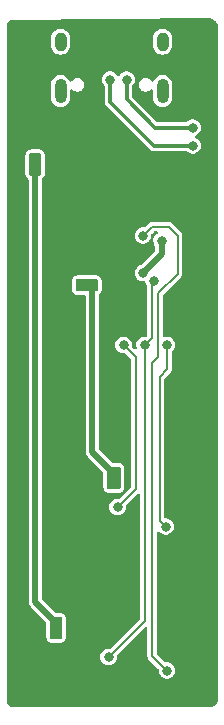
<source format=gbl>
G04 #@! TF.GenerationSoftware,KiCad,Pcbnew,7.0.1*
G04 #@! TF.CreationDate,2023-08-15T21:07:27+02:00*
G04 #@! TF.ProjectId,ESP_PROG,4553505f-5052-44f4-972e-6b696361645f,rev?*
G04 #@! TF.SameCoordinates,Original*
G04 #@! TF.FileFunction,Copper,L2,Bot*
G04 #@! TF.FilePolarity,Positive*
%FSLAX46Y46*%
G04 Gerber Fmt 4.6, Leading zero omitted, Abs format (unit mm)*
G04 Created by KiCad (PCBNEW 7.0.1) date 2023-08-15 21:07:27*
%MOMM*%
%LPD*%
G01*
G04 APERTURE LIST*
G04 #@! TA.AperFunction,ComponentPad*
%ADD10O,1.000000X2.100000*%
G04 #@! TD*
G04 #@! TA.AperFunction,ComponentPad*
%ADD11O,1.000000X1.600000*%
G04 #@! TD*
G04 #@! TA.AperFunction,ViaPad*
%ADD12C,0.800000*%
G04 #@! TD*
G04 #@! TA.AperFunction,ViaPad*
%ADD13C,2.300000*%
G04 #@! TD*
G04 #@! TA.AperFunction,Conductor*
%ADD14C,0.500000*%
G04 #@! TD*
G04 #@! TA.AperFunction,Conductor*
%ADD15C,0.200000*%
G04 #@! TD*
G04 #@! TA.AperFunction,Conductor*
%ADD16C,0.300000*%
G04 #@! TD*
G04 APERTURE END LIST*
D10*
X57025000Y-34245000D03*
D11*
X57025000Y-30065000D03*
D10*
X48385000Y-34245000D03*
D11*
X48385000Y-30065000D03*
D12*
X48006000Y-80137000D03*
X46228000Y-40894000D03*
X48006000Y-79248000D03*
X46228000Y-40005000D03*
X50546000Y-46101000D03*
X44958000Y-34163000D03*
X51435000Y-46101000D03*
X52832000Y-64770000D03*
X58801000Y-55753000D03*
D13*
X59500000Y-84500000D03*
D12*
X53721000Y-51562000D03*
X52451000Y-77597000D03*
X60706000Y-35052000D03*
X58293000Y-51435000D03*
D13*
X46000000Y-84500000D03*
X60000000Y-29972000D03*
X45500000Y-29972000D03*
D12*
X59182000Y-51435000D03*
X52832000Y-63881000D03*
X60706000Y-35941000D03*
X52451000Y-76708000D03*
X44958000Y-33274000D03*
X54610000Y-51562000D03*
X52832000Y-66548000D03*
X50165000Y-50673000D03*
X56946122Y-46939878D03*
X51054000Y-50673000D03*
X55372000Y-49657000D03*
X52832000Y-67437000D03*
X53213000Y-69469000D03*
X53721000Y-55753000D03*
X53975000Y-33274000D03*
X59563000Y-37338000D03*
X59563000Y-38862000D03*
X52578000Y-33274000D03*
X52451000Y-82169000D03*
X55499000Y-55753000D03*
X56261000Y-50292000D03*
X57404000Y-55753000D03*
X57277000Y-71120000D03*
X57404000Y-83312000D03*
X55372000Y-46482000D03*
D14*
X48006000Y-79248000D02*
X46228000Y-77470000D01*
X46228000Y-77470000D02*
X46228000Y-40005000D01*
X50165000Y-50673000D02*
X51054000Y-50673000D01*
X56946122Y-46939878D02*
X56946122Y-48082878D01*
X52832000Y-66548000D02*
X52832000Y-67437000D01*
X51054000Y-50673000D02*
X51054000Y-64770000D01*
X51054000Y-64770000D02*
X52832000Y-66548000D01*
X56946122Y-48082878D02*
X55372000Y-49657000D01*
D15*
X53721000Y-55753000D02*
X54737000Y-56769000D01*
X54737000Y-67945000D02*
X53213000Y-69469000D01*
X54737000Y-56769000D02*
X54737000Y-67945000D01*
D16*
X56388000Y-37338000D02*
X53975000Y-34925000D01*
X59563000Y-37338000D02*
X56388000Y-37338000D01*
X53975000Y-34925000D02*
X53975000Y-33274000D01*
X52578000Y-35179000D02*
X56261000Y-38862000D01*
X52578000Y-33274000D02*
X52578000Y-35179000D01*
X56261000Y-38862000D02*
X59563000Y-38862000D01*
D15*
X55499000Y-55753000D02*
X56134000Y-55118000D01*
X55499000Y-79121000D02*
X52451000Y-82169000D01*
X55499000Y-55753000D02*
X55499000Y-79121000D01*
X56134000Y-50419000D02*
X56261000Y-50292000D01*
X56134000Y-55118000D02*
X56134000Y-50419000D01*
X56769000Y-58420000D02*
X56769000Y-70612000D01*
X57404000Y-57785000D02*
X56769000Y-58420000D01*
X56769000Y-70612000D02*
X57277000Y-71120000D01*
X57404000Y-55753000D02*
X57404000Y-57785000D01*
X56642000Y-56769000D02*
X56642000Y-51358000D01*
X56134000Y-82042000D02*
X56134000Y-57277000D01*
X56134000Y-45720000D02*
X55372000Y-46482000D01*
X57531000Y-45720000D02*
X56134000Y-45720000D01*
X56134000Y-57277000D02*
X56642000Y-56769000D01*
X58293000Y-49707000D02*
X58293000Y-46482000D01*
X56642000Y-51358000D02*
X58293000Y-49707000D01*
X57404000Y-83312000D02*
X56134000Y-82042000D01*
X58293000Y-46482000D02*
X57531000Y-45720000D01*
G04 #@! TA.AperFunction,Conductor*
G36*
X48451000Y-78756881D02*
G01*
X48497119Y-78803000D01*
X48514000Y-78866000D01*
X48514000Y-80519000D01*
X48497119Y-80582000D01*
X48451000Y-80628119D01*
X48388000Y-80645000D01*
X47624000Y-80645000D01*
X47561000Y-80628119D01*
X47514881Y-80582000D01*
X47498000Y-80519000D01*
X47498000Y-78866000D01*
X47514881Y-78803000D01*
X47561000Y-78756881D01*
X47624000Y-78740000D01*
X48388000Y-78740000D01*
X48451000Y-78756881D01*
G37*
G04 #@! TD.AperFunction*
G04 #@! TA.AperFunction,Conductor*
G36*
X53404000Y-66056881D02*
G01*
X53450119Y-66103000D01*
X53467000Y-66166000D01*
X53467000Y-67819000D01*
X53450119Y-67882000D01*
X53404000Y-67928119D01*
X53341000Y-67945000D01*
X52450000Y-67945000D01*
X52387000Y-67928119D01*
X52340881Y-67882000D01*
X52324000Y-67819000D01*
X52324000Y-66166000D01*
X52340881Y-66103000D01*
X52387000Y-66056881D01*
X52450000Y-66040000D01*
X53341000Y-66040000D01*
X53404000Y-66056881D01*
G37*
G04 #@! TD.AperFunction*
G04 #@! TA.AperFunction,Conductor*
G36*
X60982531Y-28073139D02*
G01*
X60991085Y-28074102D01*
X61043555Y-28080014D01*
X61066002Y-28084642D01*
X61124914Y-28102512D01*
X61129849Y-28104123D01*
X61205086Y-28130449D01*
X61223401Y-28136858D01*
X61241178Y-28144663D01*
X61301465Y-28176887D01*
X61309069Y-28181301D01*
X61354028Y-28209550D01*
X61387373Y-28230502D01*
X61400269Y-28239789D01*
X61454729Y-28284482D01*
X61463892Y-28292787D01*
X61528211Y-28357106D01*
X61536516Y-28366269D01*
X61581209Y-28420729D01*
X61590496Y-28433625D01*
X61639688Y-28511913D01*
X61644124Y-28519555D01*
X61676334Y-28579818D01*
X61684141Y-28597598D01*
X61714930Y-28685590D01*
X61722000Y-28727204D01*
X61722000Y-85828314D01*
X61715834Y-85867248D01*
X61693595Y-85935697D01*
X61686769Y-85952487D01*
X61657713Y-86011412D01*
X61653826Y-86018684D01*
X61611159Y-86092591D01*
X61603000Y-86104979D01*
X61562625Y-86159053D01*
X61555303Y-86167976D01*
X61499044Y-86230463D01*
X61490938Y-86238676D01*
X61441384Y-86284488D01*
X61429918Y-86293899D01*
X61372074Y-86335931D01*
X61336946Y-86353832D01*
X61298006Y-86360000D01*
X44197047Y-86360000D01*
X44129738Y-86340516D01*
X44110817Y-86328559D01*
X44097893Y-86319195D01*
X44042834Y-86273718D01*
X44033659Y-86265346D01*
X44007180Y-86238676D01*
X43969778Y-86201004D01*
X43961481Y-86191778D01*
X43916401Y-86136392D01*
X43907133Y-86123404D01*
X43858483Y-86045177D01*
X43854092Y-86037529D01*
X43829582Y-85991122D01*
X43815000Y-85932283D01*
X43815000Y-82169000D01*
X51745355Y-82169000D01*
X51765859Y-82337871D01*
X51826181Y-82496929D01*
X51826182Y-82496930D01*
X51922817Y-82636929D01*
X52050148Y-82749734D01*
X52200775Y-82828790D01*
X52365944Y-82869500D01*
X52536054Y-82869500D01*
X52536056Y-82869500D01*
X52701225Y-82828790D01*
X52851852Y-82749734D01*
X52979183Y-82636929D01*
X53075818Y-82496930D01*
X53136140Y-82337872D01*
X53156645Y-82169000D01*
X53148961Y-82105722D01*
X53154934Y-82049438D01*
X53184945Y-82001446D01*
X55518404Y-79667988D01*
X55568564Y-79637250D01*
X55627211Y-79632634D01*
X55681561Y-79655147D01*
X55719767Y-79699880D01*
X55733500Y-79757083D01*
X55733500Y-82105434D01*
X55740298Y-82126358D01*
X55744912Y-82145577D01*
X55748354Y-82167306D01*
X55758340Y-82186905D01*
X55765906Y-82205170D01*
X55772703Y-82226089D01*
X55785631Y-82243883D01*
X55795960Y-82260738D01*
X55805948Y-82280339D01*
X55805950Y-82280342D01*
X55822183Y-82296575D01*
X55822190Y-82296583D01*
X55828515Y-82302908D01*
X55828516Y-82302909D01*
X56670052Y-83144445D01*
X56700064Y-83192437D01*
X56706037Y-83248725D01*
X56698354Y-83311998D01*
X56718859Y-83480871D01*
X56779181Y-83639929D01*
X56779182Y-83639930D01*
X56875817Y-83779929D01*
X57003148Y-83892734D01*
X57153775Y-83971790D01*
X57318944Y-84012500D01*
X57489054Y-84012500D01*
X57489056Y-84012500D01*
X57654225Y-83971790D01*
X57804852Y-83892734D01*
X57932183Y-83779929D01*
X58028818Y-83639930D01*
X58089140Y-83480872D01*
X58109645Y-83312000D01*
X58089140Y-83143128D01*
X58028818Y-82984070D01*
X57932183Y-82844071D01*
X57804852Y-82731266D01*
X57654225Y-82652210D01*
X57489056Y-82611500D01*
X57322083Y-82611500D01*
X57273865Y-82601909D01*
X57232987Y-82574595D01*
X56902275Y-82243883D01*
X56571404Y-81913011D01*
X56544091Y-81872134D01*
X56534500Y-81823916D01*
X56534500Y-71678021D01*
X56547550Y-71622179D01*
X56583997Y-71577904D01*
X56636292Y-71554368D01*
X56693601Y-71556447D01*
X56744053Y-71583708D01*
X56748816Y-71587927D01*
X56748817Y-71587929D01*
X56876148Y-71700734D01*
X57026775Y-71779790D01*
X57191944Y-71820500D01*
X57362054Y-71820500D01*
X57362056Y-71820500D01*
X57527225Y-71779790D01*
X57677852Y-71700734D01*
X57805183Y-71587929D01*
X57901818Y-71447930D01*
X57962140Y-71288872D01*
X57982645Y-71120000D01*
X57962140Y-70951128D01*
X57901818Y-70792070D01*
X57805183Y-70652071D01*
X57677852Y-70539266D01*
X57527225Y-70460210D01*
X57362056Y-70419500D01*
X57295500Y-70419500D01*
X57232500Y-70402619D01*
X57186381Y-70356500D01*
X57169500Y-70293500D01*
X57169500Y-58638083D01*
X57179091Y-58589865D01*
X57206402Y-58548990D01*
X57709484Y-58045909D01*
X57709484Y-58045908D01*
X57723943Y-58031450D01*
X57723944Y-58031451D01*
X57723949Y-58031442D01*
X57732050Y-58023342D01*
X57742038Y-58003738D01*
X57752363Y-57986888D01*
X57765296Y-57969089D01*
X57772094Y-57948164D01*
X57779659Y-57929903D01*
X57789646Y-57910304D01*
X57793087Y-57888574D01*
X57797701Y-57869354D01*
X57804500Y-57848433D01*
X57804500Y-57721567D01*
X57804500Y-56390754D01*
X57815601Y-56339042D01*
X57846947Y-56296442D01*
X57893523Y-56255179D01*
X57932183Y-56220929D01*
X58028818Y-56080930D01*
X58089140Y-55921872D01*
X58109645Y-55753000D01*
X58089140Y-55584128D01*
X58028818Y-55425070D01*
X57932183Y-55285071D01*
X57804852Y-55172266D01*
X57654225Y-55093210D01*
X57489056Y-55052500D01*
X57318944Y-55052500D01*
X57198651Y-55082149D01*
X57142055Y-55083004D01*
X57090793Y-55058995D01*
X57055215Y-55014969D01*
X57042500Y-54959810D01*
X57042500Y-51576083D01*
X57052091Y-51527865D01*
X57079405Y-51486988D01*
X58612943Y-49953451D01*
X58612948Y-49953443D01*
X58621050Y-49945342D01*
X58631038Y-49925738D01*
X58641363Y-49908888D01*
X58654296Y-49891089D01*
X58661094Y-49870164D01*
X58668659Y-49851903D01*
X58678646Y-49832304D01*
X58682087Y-49810574D01*
X58686701Y-49791354D01*
X58693500Y-49770433D01*
X58693500Y-49643567D01*
X58693500Y-46450481D01*
X58693500Y-46418567D01*
X58686703Y-46397648D01*
X58682086Y-46378419D01*
X58679555Y-46362438D01*
X58678646Y-46356696D01*
X58668657Y-46337092D01*
X58661091Y-46318825D01*
X58654296Y-46297912D01*
X58654296Y-46297911D01*
X58641360Y-46280106D01*
X58631040Y-46263265D01*
X58621050Y-46243658D01*
X58607307Y-46229915D01*
X58607300Y-46229906D01*
X57785590Y-45408196D01*
X57785575Y-45408183D01*
X57769342Y-45391950D01*
X57769339Y-45391948D01*
X57749738Y-45381960D01*
X57732883Y-45371631D01*
X57715089Y-45358703D01*
X57694170Y-45351906D01*
X57675905Y-45344340D01*
X57656306Y-45334354D01*
X57634577Y-45330912D01*
X57615358Y-45326298D01*
X57594434Y-45319500D01*
X57594433Y-45319500D01*
X57562519Y-45319500D01*
X56197433Y-45319500D01*
X56070567Y-45319500D01*
X56056393Y-45324105D01*
X56049640Y-45326299D01*
X56030424Y-45330912D01*
X56008695Y-45334354D01*
X55989091Y-45344342D01*
X55970837Y-45351903D01*
X55949909Y-45358703D01*
X55932108Y-45371636D01*
X55915262Y-45381960D01*
X55895659Y-45391949D01*
X55895658Y-45391949D01*
X55895658Y-45391950D01*
X55873096Y-45414511D01*
X55873091Y-45414516D01*
X55543010Y-45744596D01*
X55502133Y-45771909D01*
X55453915Y-45781500D01*
X55286944Y-45781500D01*
X55121775Y-45822210D01*
X54971147Y-45901266D01*
X54971148Y-45901266D01*
X54843816Y-46014072D01*
X54747181Y-46154070D01*
X54686859Y-46313128D01*
X54666355Y-46481999D01*
X54686859Y-46650871D01*
X54747181Y-46809929D01*
X54763673Y-46833821D01*
X54843817Y-46949929D01*
X54971148Y-47062734D01*
X55121775Y-47141790D01*
X55286944Y-47182500D01*
X55457054Y-47182500D01*
X55457056Y-47182500D01*
X55622225Y-47141790D01*
X55772852Y-47062734D01*
X55900183Y-46949929D01*
X55996818Y-46809930D01*
X56010462Y-46773952D01*
X56044718Y-46724323D01*
X56098117Y-46696296D01*
X56105424Y-46696295D01*
X56072036Y-46647923D01*
X56064767Y-46588055D01*
X56067338Y-46566882D01*
X56077645Y-46482000D01*
X56069962Y-46418727D01*
X56075935Y-46362438D01*
X56105948Y-46314444D01*
X56262989Y-46157404D01*
X56303866Y-46130091D01*
X56352084Y-46120500D01*
X56488767Y-46120500D01*
X56552644Y-46137892D01*
X56598887Y-46185266D01*
X56614730Y-46249545D01*
X56595800Y-46312983D01*
X56547322Y-46358067D01*
X56545271Y-46359142D01*
X56417938Y-46471950D01*
X56321304Y-46611947D01*
X56307660Y-46647924D01*
X56273401Y-46697556D01*
X56220001Y-46725582D01*
X56212696Y-46725582D01*
X56246085Y-46773953D01*
X56253354Y-46833821D01*
X56240477Y-46939877D01*
X56260981Y-47108749D01*
X56321303Y-47267807D01*
X56373318Y-47343163D01*
X56389917Y-47377253D01*
X56395622Y-47414739D01*
X56395622Y-47802663D01*
X56386031Y-47850881D01*
X56358717Y-47891758D01*
X55321112Y-48929362D01*
X55262171Y-48962606D01*
X55121774Y-48997210D01*
X54971148Y-49076266D01*
X54843816Y-49189072D01*
X54747181Y-49329070D01*
X54686859Y-49488128D01*
X54666355Y-49656999D01*
X54686859Y-49825871D01*
X54747181Y-49984929D01*
X54765853Y-50011979D01*
X54843817Y-50124929D01*
X54971148Y-50237734D01*
X55121775Y-50316790D01*
X55286944Y-50357500D01*
X55286946Y-50357500D01*
X55451682Y-50357500D01*
X55510235Y-50371932D01*
X55555376Y-50411921D01*
X55568758Y-50447202D01*
X55570435Y-50446567D01*
X55636181Y-50619929D01*
X55711196Y-50728606D01*
X55727795Y-50762696D01*
X55733500Y-50800182D01*
X55733500Y-54899916D01*
X55723908Y-54948135D01*
X55696594Y-54989013D01*
X55670009Y-55015597D01*
X55629132Y-55042909D01*
X55580915Y-55052500D01*
X55413944Y-55052500D01*
X55248775Y-55093210D01*
X55098148Y-55172265D01*
X55098148Y-55172266D01*
X54970816Y-55285072D01*
X54874181Y-55425070D01*
X54813859Y-55584128D01*
X54793355Y-55753000D01*
X54813859Y-55921871D01*
X54824193Y-55949119D01*
X54830316Y-56016511D01*
X54800691Y-56077352D01*
X54743864Y-56114092D01*
X54676225Y-56116135D01*
X54617286Y-56082893D01*
X54454947Y-55920554D01*
X54424935Y-55872560D01*
X54418962Y-55816271D01*
X54426645Y-55753000D01*
X54406140Y-55584128D01*
X54345818Y-55425070D01*
X54249183Y-55285071D01*
X54121852Y-55172266D01*
X53971225Y-55093210D01*
X53806056Y-55052500D01*
X53635944Y-55052500D01*
X53470775Y-55093210D01*
X53320148Y-55172265D01*
X53320148Y-55172266D01*
X53192816Y-55285072D01*
X53096181Y-55425070D01*
X53035859Y-55584128D01*
X53015355Y-55753000D01*
X53035859Y-55921871D01*
X53096181Y-56080929D01*
X53096182Y-56080930D01*
X53192817Y-56220929D01*
X53320148Y-56333734D01*
X53470775Y-56412790D01*
X53635944Y-56453500D01*
X53635946Y-56453500D01*
X53802917Y-56453500D01*
X53851135Y-56463091D01*
X53892012Y-56490405D01*
X54299595Y-56897988D01*
X54326909Y-56938865D01*
X54336500Y-56987083D01*
X54336500Y-67726917D01*
X54326909Y-67775135D01*
X54299595Y-67816013D01*
X53866449Y-68249157D01*
X53812612Y-68281027D01*
X53803330Y-68281330D01*
X53803027Y-68290612D01*
X53771156Y-68344449D01*
X53384010Y-68731595D01*
X53343133Y-68758909D01*
X53294915Y-68768500D01*
X53127944Y-68768500D01*
X52962775Y-68809210D01*
X52812148Y-68888265D01*
X52812148Y-68888266D01*
X52684816Y-69001072D01*
X52588181Y-69141070D01*
X52527859Y-69300128D01*
X52507355Y-69469000D01*
X52527859Y-69637871D01*
X52588181Y-69796929D01*
X52588182Y-69796930D01*
X52684817Y-69936929D01*
X52812148Y-70049734D01*
X52962775Y-70128790D01*
X53127944Y-70169500D01*
X53298054Y-70169500D01*
X53298056Y-70169500D01*
X53463225Y-70128790D01*
X53613852Y-70049734D01*
X53741183Y-69936929D01*
X53837818Y-69796930D01*
X53898140Y-69637872D01*
X53918645Y-69469000D01*
X53910961Y-69405722D01*
X53916934Y-69349438D01*
X53946943Y-69301448D01*
X54883407Y-68364984D01*
X54933564Y-68334249D01*
X54992211Y-68329633D01*
X55046561Y-68352146D01*
X55084767Y-68396879D01*
X55098500Y-68454082D01*
X55098500Y-78902917D01*
X55088909Y-78951135D01*
X55061595Y-78992012D01*
X52622011Y-81431595D01*
X52581134Y-81458909D01*
X52532916Y-81468500D01*
X52365944Y-81468500D01*
X52200775Y-81509210D01*
X52050147Y-81588266D01*
X52050148Y-81588266D01*
X51922816Y-81701072D01*
X51826181Y-81841070D01*
X51765859Y-82000128D01*
X51745355Y-82169000D01*
X43815000Y-82169000D01*
X43815000Y-41276000D01*
X45414500Y-41276000D01*
X45424910Y-41355070D01*
X45441791Y-41418070D01*
X45441792Y-41418074D01*
X45441793Y-41418075D01*
X45472308Y-41491748D01*
X45520864Y-41555026D01*
X45566972Y-41601134D01*
X45566976Y-41601137D01*
X45566979Y-41601140D01*
X45628206Y-41648121D01*
X45664506Y-41692354D01*
X45677500Y-41748082D01*
X45677500Y-77458439D01*
X45677427Y-77462740D01*
X45675238Y-77526827D01*
X45684941Y-77566646D01*
X45687349Y-77579319D01*
X45692929Y-77619918D01*
X45700010Y-77636219D01*
X45706858Y-77656581D01*
X45711067Y-77673853D01*
X45731154Y-77709580D01*
X45736890Y-77721128D01*
X45753219Y-77758718D01*
X45753220Y-77758720D01*
X45764435Y-77772505D01*
X45776522Y-77790264D01*
X45785235Y-77805760D01*
X45814209Y-77834734D01*
X45822853Y-77844311D01*
X45848722Y-77876108D01*
X45863242Y-77886357D01*
X45879675Y-77900200D01*
X47155595Y-79176120D01*
X47182909Y-79216997D01*
X47192500Y-79265215D01*
X47192500Y-80519000D01*
X47202910Y-80598070D01*
X47219791Y-80661070D01*
X47219792Y-80661074D01*
X47219793Y-80661075D01*
X47250308Y-80734748D01*
X47298864Y-80798026D01*
X47344973Y-80844135D01*
X47344977Y-80844138D01*
X47344979Y-80844140D01*
X47384831Y-80874720D01*
X47408251Y-80892691D01*
X47447465Y-80908933D01*
X47481930Y-80923209D01*
X47544930Y-80940090D01*
X47624000Y-80950500D01*
X48388000Y-80950500D01*
X48467070Y-80940090D01*
X48530070Y-80923209D01*
X48603750Y-80892690D01*
X48667021Y-80844140D01*
X48713140Y-80798021D01*
X48761690Y-80734750D01*
X48792209Y-80661070D01*
X48809090Y-80598070D01*
X48819500Y-80519000D01*
X48819500Y-78866000D01*
X48809090Y-78786930D01*
X48792209Y-78723930D01*
X48777933Y-78689465D01*
X48761691Y-78650251D01*
X48713135Y-78586973D01*
X48667026Y-78540864D01*
X48603748Y-78492308D01*
X48530075Y-78461793D01*
X48530074Y-78461792D01*
X48530070Y-78461791D01*
X48467070Y-78444910D01*
X48467067Y-78444909D01*
X48467065Y-78444909D01*
X48388000Y-78434500D01*
X48023215Y-78434500D01*
X47974997Y-78424909D01*
X47934120Y-78397595D01*
X46815405Y-77278880D01*
X46788091Y-77238003D01*
X46778500Y-77189785D01*
X46778500Y-51055000D01*
X49351500Y-51055000D01*
X49361910Y-51134070D01*
X49378791Y-51197070D01*
X49378792Y-51197074D01*
X49378793Y-51197075D01*
X49409308Y-51270748D01*
X49457864Y-51334026D01*
X49503973Y-51380135D01*
X49503977Y-51380138D01*
X49503979Y-51380140D01*
X49543831Y-51410720D01*
X49567251Y-51428691D01*
X49606465Y-51444933D01*
X49640930Y-51459209D01*
X49703930Y-51476090D01*
X49783000Y-51486500D01*
X50377500Y-51486500D01*
X50440500Y-51503381D01*
X50486619Y-51549500D01*
X50503500Y-51612500D01*
X50503500Y-64758439D01*
X50503427Y-64762740D01*
X50501238Y-64826827D01*
X50510941Y-64866646D01*
X50513349Y-64879319D01*
X50518929Y-64919918D01*
X50526010Y-64936219D01*
X50532858Y-64956581D01*
X50537067Y-64973853D01*
X50557154Y-65009580D01*
X50562890Y-65021128D01*
X50579219Y-65058718D01*
X50579220Y-65058720D01*
X50590435Y-65072505D01*
X50602522Y-65090264D01*
X50611235Y-65105760D01*
X50640209Y-65134734D01*
X50648853Y-65144311D01*
X50674722Y-65176108D01*
X50689242Y-65186357D01*
X50705675Y-65200200D01*
X51981595Y-66476120D01*
X52008909Y-66516997D01*
X52018500Y-66565215D01*
X52018500Y-67819000D01*
X52028910Y-67898070D01*
X52045791Y-67961070D01*
X52045792Y-67961074D01*
X52045793Y-67961075D01*
X52076308Y-68034748D01*
X52124864Y-68098026D01*
X52170973Y-68144135D01*
X52170977Y-68144138D01*
X52170979Y-68144140D01*
X52185011Y-68154907D01*
X52234251Y-68192691D01*
X52273465Y-68208933D01*
X52307930Y-68223209D01*
X52370930Y-68240090D01*
X52450000Y-68250500D01*
X53341000Y-68250500D01*
X53420070Y-68240090D01*
X53483070Y-68223209D01*
X53534030Y-68202100D01*
X53556751Y-68192690D01*
X53605356Y-68155393D01*
X53655834Y-68133834D01*
X53677393Y-68083356D01*
X53714690Y-68034751D01*
X53724100Y-68012030D01*
X53745209Y-67961070D01*
X53762090Y-67898070D01*
X53772500Y-67819000D01*
X53772500Y-66166000D01*
X53762090Y-66086930D01*
X53745209Y-66023930D01*
X53730933Y-65989465D01*
X53714691Y-65950251D01*
X53666135Y-65886973D01*
X53620026Y-65840864D01*
X53556748Y-65792308D01*
X53483075Y-65761793D01*
X53483074Y-65761792D01*
X53483070Y-65761791D01*
X53420070Y-65744910D01*
X53420067Y-65744909D01*
X53420065Y-65744909D01*
X53341000Y-65734500D01*
X52849215Y-65734500D01*
X52800997Y-65724909D01*
X52760120Y-65697595D01*
X51641405Y-64578880D01*
X51614091Y-64538003D01*
X51604500Y-64489785D01*
X51604500Y-51527082D01*
X51617494Y-51471354D01*
X51653793Y-51427121D01*
X51715021Y-51380140D01*
X51761140Y-51334021D01*
X51809690Y-51270750D01*
X51840209Y-51197070D01*
X51857090Y-51134070D01*
X51867500Y-51055000D01*
X51867500Y-50291000D01*
X51857090Y-50211930D01*
X51840209Y-50148930D01*
X51825933Y-50114465D01*
X51809691Y-50075251D01*
X51761135Y-50011973D01*
X51715026Y-49965864D01*
X51651748Y-49917308D01*
X51578075Y-49886793D01*
X51578074Y-49886792D01*
X51578070Y-49886791D01*
X51515070Y-49869910D01*
X51515067Y-49869909D01*
X51515065Y-49869909D01*
X51436000Y-49859500D01*
X49783000Y-49859500D01*
X49703934Y-49869909D01*
X49703930Y-49869909D01*
X49703930Y-49869910D01*
X49640930Y-49886791D01*
X49640927Y-49886792D01*
X49640924Y-49886793D01*
X49567251Y-49917308D01*
X49503973Y-49965864D01*
X49457864Y-50011973D01*
X49409308Y-50075251D01*
X49378793Y-50148924D01*
X49361909Y-50211934D01*
X49356222Y-50255132D01*
X49351500Y-50291000D01*
X49351500Y-51055000D01*
X46778500Y-51055000D01*
X46778500Y-41748082D01*
X46791494Y-41692354D01*
X46827793Y-41648121D01*
X46889021Y-41601140D01*
X46935140Y-41555021D01*
X46983690Y-41491750D01*
X47014209Y-41418070D01*
X47031090Y-41355070D01*
X47041500Y-41276000D01*
X47041500Y-39623000D01*
X47031090Y-39543930D01*
X47014209Y-39480930D01*
X46998387Y-39442733D01*
X46983691Y-39407251D01*
X46965720Y-39383831D01*
X46935140Y-39343979D01*
X46935138Y-39343977D01*
X46935135Y-39343973D01*
X46889026Y-39297864D01*
X46825748Y-39249308D01*
X46752075Y-39218793D01*
X46752074Y-39218792D01*
X46752070Y-39218791D01*
X46689070Y-39201910D01*
X46689067Y-39201909D01*
X46689065Y-39201909D01*
X46610000Y-39191500D01*
X45846000Y-39191500D01*
X45766934Y-39201909D01*
X45766930Y-39201909D01*
X45766930Y-39201910D01*
X45703930Y-39218791D01*
X45703927Y-39218792D01*
X45703924Y-39218793D01*
X45630251Y-39249308D01*
X45566973Y-39297864D01*
X45520864Y-39343973D01*
X45472308Y-39407251D01*
X45441793Y-39480924D01*
X45441791Y-39480930D01*
X45424910Y-39543930D01*
X45414500Y-39623000D01*
X45414500Y-41276000D01*
X43815000Y-41276000D01*
X43815000Y-34839951D01*
X47584500Y-34839951D01*
X47599632Y-34974257D01*
X47659210Y-35144521D01*
X47755184Y-35297263D01*
X47882736Y-35424815D01*
X47986374Y-35489935D01*
X48035478Y-35520789D01*
X48205745Y-35580368D01*
X48385000Y-35600565D01*
X48564255Y-35580368D01*
X48734522Y-35520789D01*
X48887262Y-35424816D01*
X49014816Y-35297262D01*
X49110789Y-35144522D01*
X49170368Y-34974255D01*
X49185500Y-34839954D01*
X49185500Y-34211164D01*
X49200769Y-34151041D01*
X49242877Y-34105491D01*
X49301616Y-34085552D01*
X49362751Y-34096058D01*
X49389820Y-34117398D01*
X49391390Y-34115353D01*
X49404547Y-34125449D01*
X49404549Y-34125451D01*
X49524767Y-34217698D01*
X49664764Y-34275687D01*
X49777280Y-34290500D01*
X49852720Y-34290500D01*
X49965236Y-34275687D01*
X50105233Y-34217698D01*
X50225451Y-34125451D01*
X50317698Y-34005233D01*
X50375687Y-33865236D01*
X50395466Y-33715000D01*
X50375687Y-33564764D01*
X50317698Y-33424767D01*
X50225451Y-33304549D01*
X50185637Y-33273999D01*
X51872355Y-33273999D01*
X51892859Y-33442871D01*
X51953181Y-33601929D01*
X52049816Y-33741928D01*
X52085054Y-33773146D01*
X52116399Y-33815746D01*
X52127500Y-33867458D01*
X52127500Y-35146622D01*
X52126708Y-35160729D01*
X52122729Y-35196036D01*
X52133345Y-35252140D01*
X52134134Y-35256783D01*
X52143579Y-35319444D01*
X52145068Y-35323970D01*
X52174673Y-35379984D01*
X52176797Y-35384190D01*
X52204274Y-35441248D01*
X52207037Y-35445141D01*
X52251832Y-35489935D01*
X52255103Y-35493331D01*
X52298182Y-35539761D01*
X52313117Y-35551221D01*
X55919547Y-39157650D01*
X55928962Y-39168185D01*
X55951118Y-39195968D01*
X55951121Y-39195970D01*
X55998340Y-39228163D01*
X56002144Y-39230862D01*
X56048118Y-39264793D01*
X56048120Y-39264793D01*
X56053138Y-39268497D01*
X56057369Y-39270633D01*
X56063323Y-39272469D01*
X56063327Y-39272472D01*
X56117942Y-39289317D01*
X56122405Y-39290787D01*
X56156172Y-39302602D01*
X56176301Y-39309646D01*
X56182186Y-39311705D01*
X56186863Y-39312500D01*
X56193098Y-39312500D01*
X56250199Y-39312500D01*
X56254909Y-39312587D01*
X56312010Y-39314725D01*
X56312012Y-39314724D01*
X56318233Y-39314957D01*
X56336902Y-39312500D01*
X58967358Y-39312500D01*
X59012038Y-39320688D01*
X59050911Y-39344187D01*
X59162148Y-39442734D01*
X59312775Y-39521790D01*
X59477944Y-39562500D01*
X59648054Y-39562500D01*
X59648056Y-39562500D01*
X59813225Y-39521790D01*
X59963852Y-39442734D01*
X60091183Y-39329929D01*
X60187818Y-39189930D01*
X60248140Y-39030872D01*
X60268645Y-38862000D01*
X60248140Y-38693128D01*
X60187818Y-38534070D01*
X60091183Y-38394071D01*
X59963852Y-38281266D01*
X59963850Y-38281264D01*
X59880721Y-38237635D01*
X59831050Y-38211565D01*
X59781779Y-38165185D01*
X59763607Y-38100000D01*
X59781779Y-38034815D01*
X59831050Y-37988434D01*
X59963852Y-37918734D01*
X60091183Y-37805929D01*
X60187818Y-37665930D01*
X60248140Y-37506872D01*
X60268645Y-37338000D01*
X60248140Y-37169128D01*
X60187818Y-37010070D01*
X60091183Y-36870071D01*
X59963852Y-36757266D01*
X59813225Y-36678210D01*
X59648056Y-36637500D01*
X59477944Y-36637500D01*
X59312775Y-36678210D01*
X59162147Y-36757266D01*
X59162148Y-36757266D01*
X59050911Y-36855813D01*
X59012038Y-36879312D01*
X58967358Y-36887500D01*
X56626793Y-36887500D01*
X56578575Y-36877909D01*
X56537698Y-36850595D01*
X54462405Y-34775302D01*
X54435091Y-34734425D01*
X54425500Y-34686207D01*
X54425500Y-33867458D01*
X54436601Y-33815746D01*
X54467946Y-33773146D01*
X54503183Y-33741929D01*
X54521771Y-33715000D01*
X55014534Y-33715000D01*
X55034312Y-33865235D01*
X55092301Y-34005232D01*
X55092302Y-34005233D01*
X55184549Y-34125451D01*
X55304767Y-34217698D01*
X55444764Y-34275687D01*
X55557280Y-34290500D01*
X55632720Y-34290500D01*
X55745236Y-34275687D01*
X55885233Y-34217698D01*
X56005451Y-34125451D01*
X56005452Y-34125449D01*
X56018610Y-34115353D01*
X56020179Y-34117398D01*
X56047249Y-34096058D01*
X56108384Y-34085552D01*
X56167123Y-34105491D01*
X56209231Y-34151041D01*
X56224500Y-34211164D01*
X56224500Y-34839951D01*
X56239632Y-34974257D01*
X56299210Y-35144521D01*
X56395184Y-35297263D01*
X56522736Y-35424815D01*
X56626374Y-35489935D01*
X56675478Y-35520789D01*
X56845745Y-35580368D01*
X57025000Y-35600565D01*
X57204255Y-35580368D01*
X57374522Y-35520789D01*
X57527262Y-35424816D01*
X57654816Y-35297262D01*
X57750789Y-35144522D01*
X57810368Y-34974255D01*
X57825500Y-34839954D01*
X57825500Y-33650046D01*
X57810368Y-33515745D01*
X57750789Y-33345478D01*
X57654816Y-33192738D01*
X57654815Y-33192736D01*
X57527263Y-33065184D01*
X57374521Y-32969210D01*
X57204257Y-32909632D01*
X57025000Y-32889435D01*
X56845742Y-32909632D01*
X56675478Y-32969210D01*
X56522736Y-33065184D01*
X56395184Y-33192736D01*
X56299210Y-33345478D01*
X56294030Y-33360283D01*
X56255941Y-33415314D01*
X56195044Y-33443076D01*
X56128521Y-33435737D01*
X56075140Y-33395369D01*
X56036857Y-33345478D01*
X56005451Y-33304549D01*
X55913202Y-33233764D01*
X55885232Y-33212301D01*
X55745235Y-33154312D01*
X55632720Y-33139500D01*
X55557280Y-33139500D01*
X55444764Y-33154312D01*
X55304767Y-33212301D01*
X55184549Y-33304549D01*
X55092301Y-33424767D01*
X55034312Y-33564764D01*
X55014534Y-33715000D01*
X54521771Y-33715000D01*
X54599818Y-33601930D01*
X54660140Y-33442872D01*
X54680645Y-33274000D01*
X54660140Y-33105128D01*
X54599818Y-32946070D01*
X54503183Y-32806071D01*
X54375852Y-32693266D01*
X54225225Y-32614210D01*
X54060056Y-32573500D01*
X53889944Y-32573500D01*
X53724775Y-32614210D01*
X53574148Y-32693265D01*
X53574148Y-32693266D01*
X53446817Y-32806070D01*
X53380196Y-32902588D01*
X53335055Y-32942579D01*
X53276500Y-32957011D01*
X53217945Y-32942579D01*
X53172804Y-32902588D01*
X53106183Y-32806072D01*
X53106183Y-32806071D01*
X52978852Y-32693266D01*
X52828225Y-32614210D01*
X52663056Y-32573500D01*
X52492944Y-32573500D01*
X52327775Y-32614210D01*
X52177148Y-32693265D01*
X52177148Y-32693266D01*
X52049816Y-32806072D01*
X51953181Y-32946070D01*
X51892859Y-33105128D01*
X51872355Y-33273999D01*
X50185637Y-33273999D01*
X50133202Y-33233764D01*
X50105232Y-33212301D01*
X49965235Y-33154312D01*
X49852720Y-33139500D01*
X49777280Y-33139500D01*
X49664764Y-33154312D01*
X49524767Y-33212301D01*
X49404549Y-33304549D01*
X49334859Y-33395369D01*
X49281477Y-33435738D01*
X49214953Y-33443076D01*
X49154056Y-33415312D01*
X49115968Y-33360279D01*
X49110789Y-33345478D01*
X49014815Y-33192736D01*
X48887263Y-33065184D01*
X48734521Y-32969210D01*
X48564257Y-32909632D01*
X48385000Y-32889435D01*
X48205742Y-32909632D01*
X48035478Y-32969210D01*
X47882736Y-33065184D01*
X47755184Y-33192736D01*
X47659210Y-33345478D01*
X47599632Y-33515742D01*
X47599632Y-33515745D01*
X47589922Y-33601929D01*
X47584500Y-33650049D01*
X47584500Y-34839951D01*
X43815000Y-34839951D01*
X43815000Y-30409951D01*
X47584500Y-30409951D01*
X47599632Y-30544257D01*
X47659210Y-30714521D01*
X47755184Y-30867263D01*
X47882736Y-30994815D01*
X47882738Y-30994816D01*
X48035478Y-31090789D01*
X48205745Y-31150368D01*
X48385000Y-31170565D01*
X48564255Y-31150368D01*
X48734522Y-31090789D01*
X48887262Y-30994816D01*
X49014816Y-30867262D01*
X49110789Y-30714522D01*
X49170368Y-30544255D01*
X49185500Y-30409954D01*
X49185500Y-30409951D01*
X56224500Y-30409951D01*
X56239632Y-30544257D01*
X56299210Y-30714521D01*
X56395184Y-30867263D01*
X56522736Y-30994815D01*
X56522738Y-30994816D01*
X56675478Y-31090789D01*
X56845745Y-31150368D01*
X57025000Y-31170565D01*
X57204255Y-31150368D01*
X57374522Y-31090789D01*
X57527262Y-30994816D01*
X57654816Y-30867262D01*
X57750789Y-30714522D01*
X57810368Y-30544255D01*
X57825500Y-30409954D01*
X57825500Y-29720046D01*
X57810368Y-29585745D01*
X57750789Y-29415478D01*
X57654816Y-29262738D01*
X57654815Y-29262736D01*
X57527263Y-29135184D01*
X57374521Y-29039210D01*
X57204257Y-28979632D01*
X57025000Y-28959435D01*
X56845742Y-28979632D01*
X56675478Y-29039210D01*
X56522736Y-29135184D01*
X56395184Y-29262736D01*
X56299210Y-29415478D01*
X56239632Y-29585742D01*
X56224500Y-29720049D01*
X56224500Y-30409951D01*
X49185500Y-30409951D01*
X49185500Y-29720046D01*
X49170368Y-29585745D01*
X49110789Y-29415478D01*
X49014816Y-29262738D01*
X49014815Y-29262736D01*
X48887263Y-29135184D01*
X48734521Y-29039210D01*
X48564257Y-28979632D01*
X48385000Y-28959435D01*
X48205742Y-28979632D01*
X48035478Y-29039210D01*
X47882736Y-29135184D01*
X47755184Y-29262736D01*
X47659210Y-29415478D01*
X47599632Y-29585742D01*
X47584500Y-29720049D01*
X47584500Y-30409951D01*
X43815000Y-30409951D01*
X43815000Y-28633989D01*
X43829878Y-28574593D01*
X43856000Y-28525722D01*
X43860435Y-28518082D01*
X43909436Y-28440099D01*
X43918693Y-28427244D01*
X43963611Y-28372513D01*
X43971885Y-28363384D01*
X44035992Y-28299277D01*
X44045122Y-28291003D01*
X44099863Y-28246079D01*
X44112728Y-28236815D01*
X44154722Y-28210428D01*
X44220861Y-28191121D01*
X60967539Y-28072350D01*
X60982531Y-28073139D01*
G37*
G04 #@! TD.AperFunction*
G04 #@! TA.AperFunction,Conductor*
G36*
X46673000Y-39513881D02*
G01*
X46719119Y-39560000D01*
X46736000Y-39623000D01*
X46736000Y-41276000D01*
X46719119Y-41339000D01*
X46673000Y-41385119D01*
X46610000Y-41402000D01*
X45846000Y-41402000D01*
X45783000Y-41385119D01*
X45736881Y-41339000D01*
X45720000Y-41276000D01*
X45720000Y-39623000D01*
X45736881Y-39560000D01*
X45783000Y-39513881D01*
X45846000Y-39497000D01*
X46610000Y-39497000D01*
X46673000Y-39513881D01*
G37*
G04 #@! TD.AperFunction*
G04 #@! TA.AperFunction,Conductor*
G36*
X51499000Y-50181881D02*
G01*
X51545119Y-50228000D01*
X51562000Y-50291000D01*
X51562000Y-51055000D01*
X51545119Y-51118000D01*
X51499000Y-51164119D01*
X51436000Y-51181000D01*
X49783000Y-51181000D01*
X49720000Y-51164119D01*
X49673881Y-51118000D01*
X49657000Y-51055000D01*
X49657000Y-50291000D01*
X49673881Y-50228000D01*
X49720000Y-50181881D01*
X49783000Y-50165000D01*
X51436000Y-50165000D01*
X51499000Y-50181881D01*
G37*
G04 #@! TD.AperFunction*
M02*

</source>
